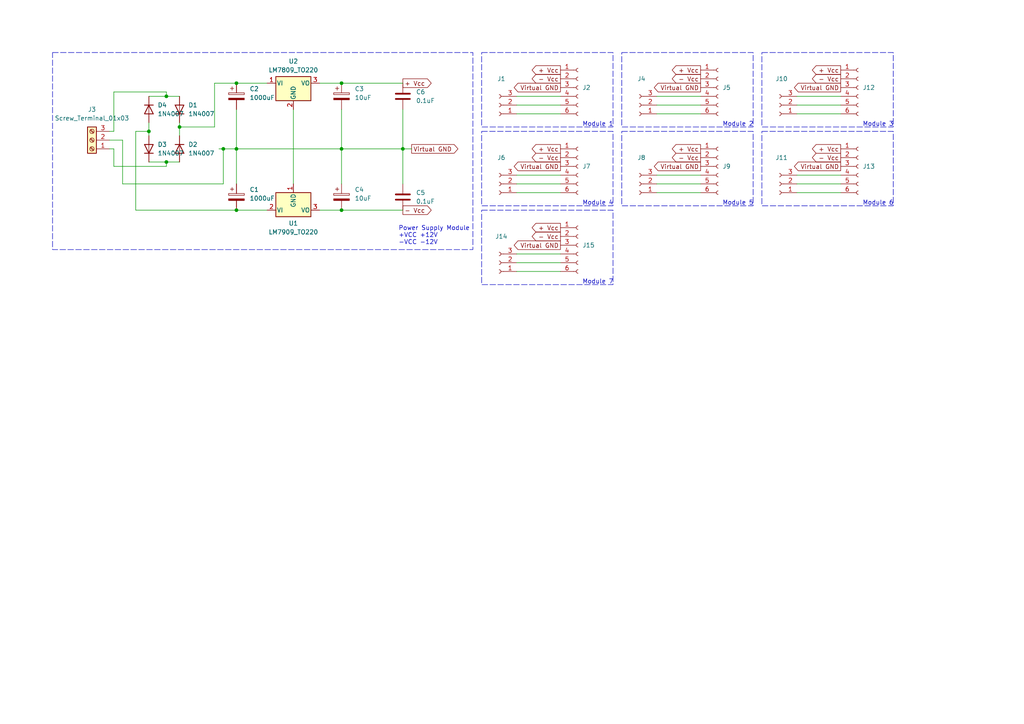
<source format=kicad_sch>
(kicad_sch (version 20230121) (generator eeschema)
  (paper "A4")
  (lib_symbols
    (symbol "Connector:Conn_01x03_Socket" (pin_names (offset 1.016) hide)
      (property "Reference" "J" (at 0 5.08 0))
      (property "Value" "Conn_01x03_Socket" (at 0 -5.08 0))
      (symbol "Conn_01x03_Socket_1_1"
        (arc (start 0 -2.032) (mid -0.5058 -2.54) (end 0 -3.048) (stroke (width 0.1524)))
        (polyline (pts (xy -1.27 -2.54) (xy -0.508 -2.54)) (stroke (width 0.1524)))
        (polyline (pts (xy -1.27 0) (xy -0.508 0)) (stroke (width 0.1524)))
        (polyline (pts (xy -1.27 2.54) (xy -0.508 2.54)) (stroke (width 0.1524)))
        (arc (start 0 0.508) (mid -0.5058 0) (end 0 -0.508) (stroke (width 0.1524)))
        (arc (start 0 3.048) (mid -0.5058 2.54) (end 0 2.032) (stroke (width 0.1524)))
        (pin passive line (at -5.08 2.54 0) (length 3.81) (name "Pin_1") (number "1"))
        (pin passive line (at -5.08 0 0) (length 3.81) (name "Pin_2") (number "2"))
        (pin passive line (at -5.08 -2.54 0) (length 3.81) (name "Pin_3") (number "3"))
      )
    )
    (symbol "Connector:Conn_01x06_Socket" (pin_names (offset 1.016) hide)
      (property "Reference" "J" (at 0 7.62 0))
      (property "Value" "Conn_01x06_Socket" (at 0 -10.16 0))
      (symbol "Conn_01x06_Socket_1_1"
        (arc (start 0 -7.112) (mid -0.5058 -7.62) (end 0 -8.128) (stroke (width 0.1524)))
        (arc (start 0 -4.572) (mid -0.5058 -5.08) (end 0 -5.588) (stroke (width 0.1524)))
        (arc (start 0 -2.032) (mid -0.5058 -2.54) (end 0 -3.048) (stroke (width 0.1524)))
        (polyline (pts (xy -1.27 -7.62) (xy -0.508 -7.62)) (stroke (width 0.1524)))
        (polyline (pts (xy -1.27 -5.08) (xy -0.508 -5.08)) (stroke (width 0.1524)))
        (polyline (pts (xy -1.27 -2.54) (xy -0.508 -2.54)) (stroke (width 0.1524)))
        (polyline (pts (xy -1.27 0) (xy -0.508 0)) (stroke (width 0.1524)))
        (polyline (pts (xy -1.27 2.54) (xy -0.508 2.54)) (stroke (width 0.1524)))
        (polyline (pts (xy -1.27 5.08) (xy -0.508 5.08)) (stroke (width 0.1524)))
        (arc (start 0 0.508) (mid -0.5058 0) (end 0 -0.508) (stroke (width 0.1524)))
        (arc (start 0 3.048) (mid -0.5058 2.54) (end 0 2.032) (stroke (width 0.1524)))
        (arc (start 0 5.588) (mid -0.5058 5.08) (end 0 4.572) (stroke (width 0.1524)))
        (pin passive line (at -5.08 5.08 0) (length 3.81) (name "Pin_1") (number "1"))
        (pin passive line (at -5.08 2.54 0) (length 3.81) (name "Pin_2") (number "2"))
        (pin passive line (at -5.08 0 0) (length 3.81) (name "Pin_3") (number "3"))
        (pin passive line (at -5.08 -2.54 0) (length 3.81) (name "Pin_4") (number "4"))
        (pin passive line (at -5.08 -5.08 0) (length 3.81) (name "Pin_5") (number "5"))
        (pin passive line (at -5.08 -7.62 0) (length 3.81) (name "Pin_6") (number "6"))
      )
    )
    (symbol "Connector:Screw_Terminal_01x03" (pin_names (offset 1.016) hide)
      (property "Reference" "J" (at 0 5.08 0))
      (property "Value" "Screw_Terminal_01x03" (at 0 -5.08 0))
      (symbol "Screw_Terminal_01x03_1_1"
        (rectangle (start -1.27 3.81) (end 1.27 -3.81) (stroke (width 0.254)) (fill (type background)))
        (circle (center 0 -2.54) (radius 0.635) (stroke (width 0.1524)))
        (polyline (pts (xy -0.5334 -2.2098) (xy 0.3302 -3.048)) (stroke (width 0.1524)))
        (polyline (pts (xy -0.5334 0.3302) (xy 0.3302 -0.508)) (stroke (width 0.1524)))
        (polyline (pts (xy -0.5334 2.8702) (xy 0.3302 2.032)) (stroke (width 0.1524)))
        (polyline (pts (xy -0.3556 -2.032) (xy 0.508 -2.8702)) (stroke (width 0.1524)))
        (polyline (pts (xy -0.3556 0.508) (xy 0.508 -0.3302)) (stroke (width 0.1524)))
        (polyline (pts (xy -0.3556 3.048) (xy 0.508 2.2098)) (stroke (width 0.1524)))
        (circle (center 0 0) (radius 0.635) (stroke (width 0.1524)))
        (circle (center 0 2.54) (radius 0.635) (stroke (width 0.1524)))
        (pin passive line (at -5.08 2.54 0) (length 3.81) (name "Pin_1") (number "1"))
        (pin passive line (at -5.08 0 0) (length 3.81) (name "Pin_2") (number "2"))
        (pin passive line (at -5.08 -2.54 0) (length 3.81) (name "Pin_3") (number "3"))
      )
    )
    (symbol "Device:C" (pin_numbers hide) (pin_names (offset 0.254))
      (property "Reference" "C" (at 0.635 2.54 0))
      (property "Value" "C" (at 0.635 -2.54 0))
      (symbol "C_0_1"
        (polyline (pts (xy -2.032 -0.762) (xy 2.032 -0.762)) (stroke (width 0.508)))
        (polyline (pts (xy -2.032 0.762) (xy 2.032 0.762)) (stroke (width 0.508)))
      )
      (symbol "C_1_1"
        (pin passive line (at 0 3.81 270) (length 2.794) (name "~") (number "1"))
        (pin passive line (at 0 -3.81 90) (length 2.794) (name "~") (number "2"))
      )
    )
    (symbol "Device:C_Polarized" (pin_numbers hide) (pin_names (offset 0.254))
      (property "Reference" "C" (at 0.635 2.54 0))
      (property "Value" "C_Polarized" (at 0.635 -2.54 0))
      (symbol "C_Polarized_0_1"
        (rectangle (start -2.286 0.508) (end 2.286 1.016))
        (polyline (pts (xy -1.778 2.286) (xy -0.762 2.286)))
        (polyline (pts (xy -1.27 2.794) (xy -1.27 1.778)))
        (rectangle (start 2.286 -0.508) (end -2.286 -1.016) (fill (type outline)))
      )
      (symbol "C_Polarized_1_1"
        (pin passive line (at 0 3.81 270) (length 2.794) (name "~") (number "1"))
        (pin passive line (at 0 -3.81 90) (length 2.794) (name "~") (number "2"))
      )
    )
    (symbol "Diode:1N4007" (pin_numbers hide) (pin_names hide)
      (property "Reference" "D" (at 0 2.54 0))
      (property "Value" "1N4007" (at 0 -2.54 0))
      (symbol "1N4007_0_1"
        (polyline (pts (xy -1.27 1.27) (xy -1.27 -1.27)) (stroke (width 0.254)))
        (polyline (pts (xy 1.27 0) (xy -1.27 0)))
        (polyline (pts (xy 1.27 1.27) (xy 1.27 -1.27) (xy -1.27 0) (xy 1.27 1.27)) (stroke (width 0.254)))
      )
      (symbol "1N4007_1_1"
        (pin passive line (at -3.81 0 0) (length 2.54) (name "K") (number "1"))
        (pin passive line (at 3.81 0 180) (length 2.54) (name "A") (number "2"))
      )
    )
    (symbol "Regulator_Linear:LM7809_TO220" (pin_names (offset 0.254))
      (property "Reference" "U" (at -3.81 3.175 0))
      (property "Value" "LM7809_TO220" (at 0 3.175 0))
      (symbol "LM7809_TO220_0_1"
        (rectangle (start -5.08 1.905) (end 5.08 -5.08) (stroke (width 0.254)) (fill (type background)))
      )
      (symbol "LM7809_TO220_1_1"
        (pin power_in line (at -7.62 0 0) (length 2.54) (name "VI") (number "1"))
        (pin power_in line (at 0 -7.62 90) (length 2.54) (name "GND") (number "2"))
        (pin power_out line (at 7.62 0 180) (length 2.54) (name "VO") (number "3"))
      )
    )
    (symbol "Regulator_Linear:LM7909_TO220" (pin_names (offset 0.254))
      (property "Reference" "U" (at -3.81 -3.175 0))
      (property "Value" "LM7909_TO220" (at 0 -3.175 0))
      (symbol "LM7909_TO220_0_1"
        (rectangle (start -5.08 5.08) (end 5.08 -1.905) (stroke (width 0.254)) (fill (type background)))
      )
      (symbol "LM7909_TO220_1_1"
        (pin power_in line (at 0 7.62 270) (length 2.54) (name "GND") (number "1"))
        (pin power_in line (at -7.62 0 0) (length 2.54) (name "VI") (number "2"))
        (pin power_out line (at 7.62 0 180) (length 2.54) (name "VO") (number "3"))
      )
    )
  )
  (junction (at 43.18 38.1))
  (junction (at 99.06 60.96))
  (junction (at 99.06 24.13))
  (junction (at 68.58 43.18))
  (junction (at 64.77 43.18))
  (junction (at 68.58 60.96))
  (junction (at 68.58 24.13))
  (junction (at 48.26 46.99))
  (junction (at 116.84 43.18))
  (junction (at 52.07 36.83))
  (junction (at 99.06 43.18))
  (junction (at 48.26 27.94))
  (wire (pts (xy 190.5 30.48) (xy 203.2 30.48)))
  (wire (pts (xy 149.86 50.8) (xy 162.56 50.8)))
  (wire (pts (xy 43.18 38.1) (xy 39.37 38.1)))
  (wire (pts (xy 231.14 27.94) (xy 243.84 27.94)))
  (wire (pts (xy 68.58 60.96) (xy 77.47 60.96)))
  (wire (pts (xy 52.07 36.83) (xy 62.23 36.83)))
  (wire (pts (xy 190.5 55.88) (xy 203.2 55.88)))
  (wire (pts (xy 63.5 43.18) (xy 64.77 43.18)))
  (wire (pts (xy 99.06 43.18) (xy 99.06 53.34)))
  (wire (pts (xy 149.86 33.02) (xy 162.56 33.02)))
  (wire (pts (xy 99.06 43.18) (xy 116.84 43.18)))
  (wire (pts (xy 48.26 26.67) (xy 48.26 27.94)))
  (wire (pts (xy 190.5 33.02) (xy 203.2 33.02)))
  (wire (pts (xy 33.02 48.26) (xy 48.26 48.26)))
  (wire (pts (xy 92.71 60.96) (xy 99.06 60.96)))
  (wire (pts (xy 33.02 43.18) (xy 33.02 48.26)))
  (wire (pts (xy 149.86 55.88) (xy 162.56 55.88)))
  (wire (pts (xy 149.86 30.48) (xy 162.56 30.48)))
  (wire (pts (xy 190.5 27.94) (xy 203.2 27.94)))
  (wire (pts (xy 31.75 43.18) (xy 33.02 43.18)))
  (wire (pts (xy 43.18 38.1) (xy 43.18 39.37)))
  (wire (pts (xy 43.18 27.94) (xy 48.26 27.94)))
  (wire (pts (xy 52.07 35.56) (xy 52.07 36.83)))
  (wire (pts (xy 149.86 27.94) (xy 162.56 27.94)))
  (wire (pts (xy 190.5 53.34) (xy 203.2 53.34)))
  (wire (pts (xy 33.02 26.67) (xy 48.26 26.67)))
  (wire (pts (xy 39.37 38.1) (xy 39.37 60.96)))
  (wire (pts (xy 43.18 35.56) (xy 43.18 38.1)))
  (wire (pts (xy 231.14 50.8) (xy 243.84 50.8)))
  (wire (pts (xy 99.06 60.96) (xy 116.84 60.96)))
  (wire (pts (xy 68.58 43.18) (xy 99.06 43.18)))
  (wire (pts (xy 48.26 27.94) (xy 52.07 27.94)))
  (wire (pts (xy 231.14 33.02) (xy 243.84 33.02)))
  (wire (pts (xy 116.84 43.18) (xy 119.38 43.18)))
  (wire (pts (xy 190.5 50.8) (xy 203.2 50.8)))
  (wire (pts (xy 149.86 73.66) (xy 162.56 73.66)))
  (wire (pts (xy 99.06 31.75) (xy 99.06 43.18)))
  (wire (pts (xy 48.26 46.99) (xy 52.07 46.99)))
  (wire (pts (xy 149.86 53.34) (xy 162.56 53.34)))
  (wire (pts (xy 231.14 30.48) (xy 243.84 30.48)))
  (wire (pts (xy 85.09 31.75) (xy 85.09 53.34)))
  (wire (pts (xy 48.26 46.99) (xy 43.18 46.99)))
  (wire (pts (xy 33.02 38.1) (xy 33.02 26.67)))
  (wire (pts (xy 39.37 60.96) (xy 68.58 60.96)))
  (wire (pts (xy 64.77 53.34) (xy 64.77 43.18)))
  (wire (pts (xy 68.58 24.13) (xy 77.47 24.13)))
  (wire (pts (xy 231.14 55.88) (xy 243.84 55.88)))
  (wire (pts (xy 62.23 36.83) (xy 62.23 24.13)))
  (wire (pts (xy 116.84 43.18) (xy 116.84 53.34)))
  (wire (pts (xy 149.86 76.2) (xy 162.56 76.2)))
  (wire (pts (xy 99.06 24.13) (xy 116.84 24.13)))
  (wire (pts (xy 31.75 40.64) (xy 35.56 40.64)))
  (wire (pts (xy 68.58 31.75) (xy 68.58 43.18)))
  (wire (pts (xy 35.56 53.34) (xy 64.77 53.34)))
  (wire (pts (xy 62.23 24.13) (xy 68.58 24.13)))
  (wire (pts (xy 35.56 40.64) (xy 35.56 53.34)))
  (wire (pts (xy 231.14 53.34) (xy 243.84 53.34)))
  (wire (pts (xy 92.71 24.13) (xy 99.06 24.13)))
  (wire (pts (xy 149.86 78.74) (xy 162.56 78.74)))
  (wire (pts (xy 116.84 31.75) (xy 116.84 43.18)))
  (wire (pts (xy 31.75 38.1) (xy 33.02 38.1)))
  (wire (pts (xy 64.77 43.18) (xy 68.58 43.18)))
  (wire (pts (xy 52.07 36.83) (xy 52.07 39.37)))
  (wire (pts (xy 48.26 48.26) (xy 48.26 46.99)))
  (wire (pts (xy 68.58 43.18) (xy 68.58 53.34)))
  (rectangle (start 139.7 60.96) (end 177.8 82.55) (stroke (width 0) (type dash)))
  (rectangle (start 139.7 38.1) (end 177.8 59.69) (stroke (width 0) (type dash)))
  (rectangle (start 220.98 15.24) (end 259.08 36.83) (stroke (width 0) (type dash)))
  (rectangle (start 15.24 15.24) (end 137.16 72.39) (stroke (width 0) (type dash)))
  (rectangle (start 180.34 15.24) (end 218.44 36.83) (stroke (width 0) (type dash)))
  (rectangle (start 180.34 38.1) (end 218.44 59.69) (stroke (width 0) (type dash)))
  (rectangle (start 139.7 15.24) (end 177.8 36.83) (stroke (width 0) (type dash)))
  (rectangle (start 220.98 38.1) (end 259.08 59.69) (stroke (width 0) (type dash)))
  (text "Module 5" (at 209.55 59.69 0) (effects (font (size 1.27 1.27)) (justify left bottom)))
  (text "Module 1" (at 168.91 36.83 0) (effects (font (size 1.27 1.27)) (justify left bottom)))
  (text "Module 4" (at 168.91 59.69 0) (effects (font (size 1.27 1.27)) (justify left bottom)))
  (text "Module 2" (at 209.55 36.83 0) (effects (font (size 1.27 1.27)) (justify left bottom)))
  (text "Power Supply Module\n+VCC +12V\n-VCC -12V\n" (at 115.57 71.12 0) (effects (font (size 1.27 1.27)) (justify left bottom)))
  (text "Module 7" (at 168.91 82.55 0) (effects (font (size 1.27 1.27)) (justify left bottom)))
  (text "Module 6" (at 250.19 59.69 0) (effects (font (size 1.27 1.27)) (justify left bottom)))
  (text "Module 3" (at 250.19 36.83 0) (effects (font (size 1.27 1.27)) (justify left bottom)))
  (global_label "- Vcc" (shape output) (at 203.2 22.86 180) (property "Intersheetrefs" "${INTERSHEET_REFS}" (effects hide)))
  (global_label "Virtual GND" (shape output) (at 162.56 71.12 180) (property "Intersheetrefs" "${INTERSHEET_REFS}" (effects hide)))
  (global_label "+ Vcc" (shape output) (at 203.2 20.32 180) (property "Intersheetrefs" "${INTERSHEET_REFS}" (effects hide)))
  (global_label "- Vcc" (shape output) (at 243.84 22.86 180) (property "Intersheetrefs" "${INTERSHEET_REFS}" (effects hide)))
  (global_label "Virtual GND" (shape output) (at 119.38 43.18 0) (property "Intersheetrefs" "${INTERSHEET_REFS}" (effects hide)))
  (global_label "- Vcc" (shape output) (at 162.56 22.86 180) (property "Intersheetrefs" "${INTERSHEET_REFS}" (effects hide)))
  (global_label "+ Vcc" (shape output) (at 203.2 43.18 180) (property "Intersheetrefs" "${INTERSHEET_REFS}" (effects hide)))
  (global_label "Virtual GND" (shape output) (at 162.56 48.26 180) (property "Intersheetrefs" "${INTERSHEET_REFS}" (effects hide)))
  (global_label "Virtual GND" (shape output) (at 203.2 25.4 180) (property "Intersheetrefs" "${INTERSHEET_REFS}" (effects hide)))
  (global_label "+ Vcc" (shape output) (at 243.84 20.32 180) (property "Intersheetrefs" "${INTERSHEET_REFS}" (effects hide)))
  (global_label "Virtual GND" (shape output) (at 243.84 48.26 180) (property "Intersheetrefs" "${INTERSHEET_REFS}" (effects hide)))
  (global_label "- Vcc" (shape output) (at 162.56 45.72 180) (property "Intersheetrefs" "${INTERSHEET_REFS}" (effects hide)))
  (global_label "- Vcc" (shape output) (at 162.56 68.58 180) (property "Intersheetrefs" "${INTERSHEET_REFS}" (effects hide)))
  (global_label "Virtual GND" (shape output) (at 203.2 48.26 180) (property "Intersheetrefs" "${INTERSHEET_REFS}" (effects hide)))
  (global_label "- Vcc" (shape output) (at 203.2 45.72 180) (property "Intersheetrefs" "${INTERSHEET_REFS}" (effects hide)))
  (global_label "+ Vcc" (shape output) (at 243.84 43.18 180) (property "Intersheetrefs" "${INTERSHEET_REFS}" (effects hide)))
  (global_label "Virtual GND" (shape output) (at 243.84 25.4 180) (property "Intersheetrefs" "${INTERSHEET_REFS}" (effects hide)))
  (global_label "+ Vcc" (shape output) (at 162.56 66.04 180) (property "Intersheetrefs" "${INTERSHEET_REFS}" (effects hide)))
  (global_label "Virtual GND" (shape output) (at 162.56 25.4 180) (property "Intersheetrefs" "${INTERSHEET_REFS}" (effects hide)))
  (global_label "+ Vcc" (shape output) (at 116.84 24.13 0) (property "Intersheetrefs" "${INTERSHEET_REFS}" (effects hide)))
  (global_label "- Vcc" (shape output) (at 243.84 45.72 180) (property "Intersheetrefs" "${INTERSHEET_REFS}" (effects hide)))
  (global_label "- Vcc" (shape output) (at 116.84 60.96 0) (property "Intersheetrefs" "${INTERSHEET_REFS}" (effects hide)))
  (global_label "+ Vcc" (shape output) (at 162.56 43.18 180) (property "Intersheetrefs" "${INTERSHEET_REFS}" (effects hide)))
  (global_label "+ Vcc" (shape output) (at 162.56 20.32 180) (property "Intersheetrefs" "${INTERSHEET_REFS}" (effects hide)))
  (symbol (lib_id "Connector:Conn_01x03_Socket") (at 144.78 76.2 180) (unit 1)
    (property "Reference" "J14" (at 145.415 68.58 0))
    (property "Value" "Conn_01x03_Socket" (effects hide))
    (property "Footprint" "Connector:Banana_Jack_3Pin" (effects hide))
  )
  (symbol (lib_id "Regulator_Linear:LM7909_TO220") (at 85.09 60.96 0) (unit 1)
    (property "Reference" "U1" (at 85.09 64.77 0))
    (property "Value" "LM7909_TO220" (at 85.09 67.31 0))
    (property "Footprint" "Package_TO_SOT_THT:TO-220-3_Vertical" (effects hide))
    (property "Datasheet" "https://www.onsemi.com/pub/Collateral/MC7900-D.PDF" (effects hide))
  )
  (symbol (lib_id "Connector:Conn_01x03_Socket") (at 185.42 30.48 180) (unit 1)
    (property "Reference" "J4" (at 186.055 22.86 0))
    (property "Value" "Conn_01x03_Socket" (effects hide))
    (property "Footprint" "Connector:Banana_Jack_3Pin" (effects hide))
  )
  (symbol (lib_id "Connector:Conn_01x06_Socket") (at 167.64 48.26 0) (unit 1)
    (property "Reference" "J7" (at 168.91 48.26 0) (effects (justify left)))
    (property "Value" "Conn_01x06_Socket" (effects hide))
    (property "Footprint" "Connector_PinSocket_2.54mm:PinSocket_1x06_P2.54mm_Vertical" (effects hide))
  )
  (symbol (lib_id "Connector:Conn_01x06_Socket") (at 248.92 48.26 0) (unit 1)
    (property "Reference" "J13" (at 250.19 48.26 0) (effects (justify left)))
    (property "Value" "Conn_01x06_Socket" (effects hide))
    (property "Footprint" "Connector_PinSocket_2.54mm:PinSocket_1x06_P2.54mm_Vertical" (effects hide))
  )
  (symbol (lib_id "Device:C_Polarized") (at 68.58 57.15 0) (unit 1)
    (property "Reference" "C1" (at 72.39 54.991 0) (effects (justify left)))
    (property "Value" "1000uF" (at 72.39 57.531 0) (effects (justify left)))
    (property "Footprint" "Capacitor_THT:CP_Radial_D10.0mm_P5.00mm" (effects hide))
  )
  (symbol (lib_id "Device:C_Polarized") (at 99.06 57.15 0) (unit 1)
    (property "Reference" "C4" (at 102.87 54.991 0) (effects (justify left)))
    (property "Value" "10uF" (at 102.87 57.531 0) (effects (justify left)))
    (property "Footprint" "Capacitor_THT:CP_Radial_D10.0mm_P5.00mm" (effects hide))
  )
  (symbol (lib_id "Diode:1N4007") (at 43.18 43.18 90) (unit 1)
    (property "Reference" "D3" (at 45.72 41.91 90) (effects (justify right)))
    (property "Value" "1N4007" (at 45.72 44.45 90) (effects (justify right)))
    (property "Footprint" "Diode_THT:D_DO-41_SOD81_P10.16mm_Horizontal" (effects hide))
    (property "Datasheet" "http://www.vishay.com/docs/88503/1n4001.pdf" (effects hide))
    (property "Sim.Device" "D" (effects hide))
    (property "Sim.Pins" "1=K 2=A" (effects hide))
  )
  (symbol (lib_id "Connector:Conn_01x06_Socket") (at 208.28 25.4 0) (unit 1)
    (property "Reference" "J5" (at 209.55 25.4 0) (effects (justify left)))
    (property "Value" "Conn_01x06_Socket" (effects hide))
    (property "Footprint" "Connector_PinSocket_2.54mm:PinSocket_1x06_P2.54mm_Vertical" (effects hide))
  )
  (symbol (lib_id "Connector:Conn_01x06_Socket") (at 167.64 71.12 0) (unit 1)
    (property "Reference" "J15" (at 168.91 71.12 0) (effects (justify left)))
    (property "Value" "Conn_01x06_Socket" (effects hide))
    (property "Footprint" "Connector_PinSocket_2.54mm:PinSocket_1x06_P2.54mm_Vertical" (effects hide))
  )
  (symbol (lib_id "Connector:Screw_Terminal_01x03") (at 26.67 40.64 180) (unit 1)
    (property "Reference" "J3" (at 26.67 31.75 0))
    (property "Value" "Screw_Terminal_01x03" (at 26.67 34.29 0))
    (property "Footprint" "TerminalBlock:TerminalBlock_bornier-3_P5.08mm" (effects hide))
  )
  (symbol (lib_id "Device:C_Polarized") (at 68.58 27.94 0) (unit 1)
    (property "Reference" "C2" (at 72.39 25.781 0) (effects (justify left)))
    (property "Value" "1000uF" (at 72.39 28.321 0) (effects (justify left)))
    (property "Footprint" "Capacitor_THT:CP_Radial_D10.0mm_P5.00mm" (effects hide))
  )
  (symbol (lib_id "Diode:1N4007") (at 52.07 43.18 270) (unit 1)
    (property "Reference" "D2" (at 54.61 41.91 90) (effects (justify left)))
    (property "Value" "1N4007" (at 54.61 44.45 90) (effects (justify left)))
    (property "Footprint" "Diode_THT:D_DO-41_SOD81_P10.16mm_Horizontal" (effects hide))
    (property "Datasheet" "http://www.vishay.com/docs/88503/1n4001.pdf" (effects hide))
    (property "Sim.Device" "D" (effects hide))
    (property "Sim.Pins" "1=K 2=A" (effects hide))
  )
  (symbol (lib_id "Connector:Conn_01x03_Socket") (at 226.06 53.34 180) (unit 1)
    (property "Reference" "J11" (at 226.695 45.72 0))
    (property "Value" "Conn_01x03_Socket" (effects hide))
    (property "Footprint" "Connector:Banana_Jack_3Pin" (effects hide))
  )
  (symbol (lib_id "Connector:Conn_01x06_Socket") (at 248.92 25.4 0) (unit 1)
    (property "Reference" "J12" (at 250.19 25.4 0) (effects (justify left)))
    (property "Value" "Conn_01x06_Socket" (effects hide))
    (property "Footprint" "Connector_PinSocket_2.54mm:PinSocket_1x06_P2.54mm_Vertical" (effects hide))
  )
  (symbol (lib_id "Connector:Conn_01x03_Socket") (at 185.42 53.34 180) (unit 1)
    (property "Reference" "J8" (at 186.055 45.72 0))
    (property "Value" "Conn_01x03_Socket" (effects hide))
    (property "Footprint" "Connector:Banana_Jack_3Pin" (effects hide))
  )
  (symbol (lib_id "Connector:Conn_01x03_Socket") (at 144.78 30.48 180) (unit 1)
    (property "Reference" "J1" (at 145.415 22.86 0))
    (property "Value" "Conn_01x03_Socket" (effects hide))
    (property "Footprint" "Connector:Banana_Jack_3Pin" (effects hide))
  )
  (symbol (lib_id "Diode:1N4007") (at 43.18 31.75 270) (unit 1)
    (property "Reference" "D4" (at 45.72 30.48 90) (effects (justify left)))
    (property "Value" "1N4007" (at 45.72 33.02 90) (effects (justify left)))
    (property "Footprint" "Diode_THT:D_DO-41_SOD81_P10.16mm_Horizontal" (effects hide))
    (property "Datasheet" "http://www.vishay.com/docs/88503/1n4001.pdf" (effects hide))
    (property "Sim.Device" "D" (effects hide))
    (property "Sim.Pins" "1=K 2=A" (effects hide))
  )
  (symbol (lib_id "Connector:Conn_01x03_Socket") (at 144.78 53.34 180) (unit 1)
    (property "Reference" "J6" (at 145.415 45.72 0))
    (property "Value" "Conn_01x03_Socket" (effects hide))
    (property "Footprint" "Connector:Banana_Jack_3Pin" (effects hide))
  )
  (symbol (lib_id "Device:C") (at 116.84 27.94 0) (unit 1)
    (property "Reference" "C6" (at 120.65 26.67 0) (effects (justify left)))
    (property "Value" "0.1uF" (at 120.65 29.21 0) (effects (justify left)))
    (property "Footprint" "Capacitor_THT:C_Disc_D10.5mm_W5.0mm_P5.00mm" (effects hide))
  )
  (symbol (lib_id "Diode:1N4007") (at 52.07 31.75 90) (unit 1)
    (property "Reference" "D1" (at 54.61 30.48 90) (effects (justify right)))
    (property "Value" "1N4007" (at 54.61 33.02 90) (effects (justify right)))
    (property "Footprint" "Diode_THT:D_DO-41_SOD81_P10.16mm_Horizontal" (effects hide))
    (property "Datasheet" "http://www.vishay.com/docs/88503/1n4001.pdf" (effects hide))
    (property "Sim.Device" "D" (effects hide))
    (property "Sim.Pins" "1=K 2=A" (effects hide))
  )
  (symbol (lib_id "Device:C_Polarized") (at 99.06 27.94 0) (unit 1)
    (property "Reference" "C3" (at 102.87 25.781 0) (effects (justify left)))
    (property "Value" "10uF" (at 102.87 28.321 0) (effects (justify left)))
    (property "Footprint" "Capacitor_THT:CP_Radial_D10.0mm_P5.00mm" (effects hide))
  )
  (symbol (lib_id "Device:C") (at 116.84 57.15 0) (unit 1)
    (property "Reference" "C5" (at 120.65 55.88 0) (effects (justify left)))
    (property "Value" "0.1uF" (at 120.65 58.42 0) (effects (justify left)))
    (property "Footprint" "Capacitor_THT:C_Disc_D10.5mm_W5.0mm_P5.00mm" (effects hide))
  )
  (symbol (lib_id "Connector:Conn_01x06_Socket") (at 167.64 25.4 0) (unit 1)
    (property "Reference" "J2" (at 168.91 25.4 0) (effects (justify left)))
    (property "Value" "Conn_01x06_Socket" (effects hide))
    (property "Footprint" "Connector_PinSocket_2.54mm:PinSocket_1x06_P2.54mm_Vertical" (effects hide))
  )
  (symbol (lib_id "Connector:Conn_01x03_Socket") (at 226.06 30.48 180) (unit 1)
    (property "Reference" "J10" (at 226.695 22.86 0))
    (property "Value" "Conn_01x03_Socket" (effects hide))
    (property "Footprint" "Connector:Banana_Jack_3Pin" (effects hide))
  )
  (symbol (lib_id "Connector:Conn_01x06_Socket") (at 208.28 48.26 0) (unit 1)
    (property "Reference" "J9" (at 209.55 48.26 0) (effects (justify left)))
    (property "Value" "Conn_01x06_Socket" (effects hide))
    (property "Footprint" "Connector_PinSocket_2.54mm:PinSocket_1x06_P2.54mm_Vertical" (effects hide))
  )
  (symbol (lib_id "Regulator_Linear:LM7809_TO220") (at 85.09 24.13 0) (unit 1)
    (property "Reference" "U2" (at 85.09 17.78 0))
    (property "Value" "LM7809_TO220" (at 85.09 20.32 0))
    (property "Footprint" "Package_TO_SOT_THT:TO-220-3_Vertical" (effects hide))
    (property "Datasheet" "https://www.onsemi.cn/PowerSolutions/document/MC7800-D.PDF" (effects hide))
  )
)
</source>
